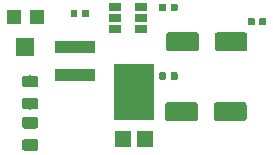
<source format=gbr>
G04 #@! TF.GenerationSoftware,KiCad,Pcbnew,(5.1.2)-2*
G04 #@! TF.CreationDate,2020-05-22T00:57:25-04:00*
G04 #@! TF.ProjectId,SWSupply,53575375-7070-46c7-992e-6b696361645f,rev?*
G04 #@! TF.SameCoordinates,Original*
G04 #@! TF.FileFunction,Paste,Top*
G04 #@! TF.FilePolarity,Positive*
%FSLAX46Y46*%
G04 Gerber Fmt 4.6, Leading zero omitted, Abs format (unit mm)*
G04 Created by KiCad (PCBNEW (5.1.2)-2) date 2020-05-22 00:57:25*
%MOMM*%
%LPD*%
G04 APERTURE LIST*
%ADD10R,3.400000X0.980000*%
%ADD11R,1.200000X1.200000*%
%ADD12R,1.600000X1.500000*%
%ADD13R,1.400000X1.390000*%
%ADD14R,3.360000X4.860000*%
%ADD15R,1.060000X0.650000*%
%ADD16C,0.100000*%
%ADD17C,0.590000*%
%ADD18C,0.975000*%
%ADD19C,1.600000*%
G04 APERTURE END LIST*
D10*
X163100000Y-117085000D03*
X163100000Y-114715000D03*
D11*
X159900000Y-112225000D03*
D12*
X158900000Y-114775000D03*
D11*
X157900000Y-112225000D03*
D13*
X167180000Y-122516000D03*
X169020000Y-122516000D03*
D14*
X168100000Y-118545000D03*
D15*
X168700000Y-112300000D03*
X168700000Y-111350000D03*
X168700000Y-113250000D03*
X166500000Y-113250000D03*
X166500000Y-112300000D03*
X166500000Y-111350000D03*
D16*
G36*
X164146958Y-111580710D02*
G01*
X164161276Y-111582834D01*
X164175317Y-111586351D01*
X164188946Y-111591228D01*
X164202031Y-111597417D01*
X164214447Y-111604858D01*
X164226073Y-111613481D01*
X164236798Y-111623202D01*
X164246519Y-111633927D01*
X164255142Y-111645553D01*
X164262583Y-111657969D01*
X164268772Y-111671054D01*
X164273649Y-111684683D01*
X164277166Y-111698724D01*
X164279290Y-111713042D01*
X164280000Y-111727500D01*
X164280000Y-112072500D01*
X164279290Y-112086958D01*
X164277166Y-112101276D01*
X164273649Y-112115317D01*
X164268772Y-112128946D01*
X164262583Y-112142031D01*
X164255142Y-112154447D01*
X164246519Y-112166073D01*
X164236798Y-112176798D01*
X164226073Y-112186519D01*
X164214447Y-112195142D01*
X164202031Y-112202583D01*
X164188946Y-112208772D01*
X164175317Y-112213649D01*
X164161276Y-112217166D01*
X164146958Y-112219290D01*
X164132500Y-112220000D01*
X163837500Y-112220000D01*
X163823042Y-112219290D01*
X163808724Y-112217166D01*
X163794683Y-112213649D01*
X163781054Y-112208772D01*
X163767969Y-112202583D01*
X163755553Y-112195142D01*
X163743927Y-112186519D01*
X163733202Y-112176798D01*
X163723481Y-112166073D01*
X163714858Y-112154447D01*
X163707417Y-112142031D01*
X163701228Y-112128946D01*
X163696351Y-112115317D01*
X163692834Y-112101276D01*
X163690710Y-112086958D01*
X163690000Y-112072500D01*
X163690000Y-111727500D01*
X163690710Y-111713042D01*
X163692834Y-111698724D01*
X163696351Y-111684683D01*
X163701228Y-111671054D01*
X163707417Y-111657969D01*
X163714858Y-111645553D01*
X163723481Y-111633927D01*
X163733202Y-111623202D01*
X163743927Y-111613481D01*
X163755553Y-111604858D01*
X163767969Y-111597417D01*
X163781054Y-111591228D01*
X163794683Y-111586351D01*
X163808724Y-111582834D01*
X163823042Y-111580710D01*
X163837500Y-111580000D01*
X164132500Y-111580000D01*
X164146958Y-111580710D01*
X164146958Y-111580710D01*
G37*
D17*
X163985000Y-111900000D03*
D16*
G36*
X163176958Y-111580710D02*
G01*
X163191276Y-111582834D01*
X163205317Y-111586351D01*
X163218946Y-111591228D01*
X163232031Y-111597417D01*
X163244447Y-111604858D01*
X163256073Y-111613481D01*
X163266798Y-111623202D01*
X163276519Y-111633927D01*
X163285142Y-111645553D01*
X163292583Y-111657969D01*
X163298772Y-111671054D01*
X163303649Y-111684683D01*
X163307166Y-111698724D01*
X163309290Y-111713042D01*
X163310000Y-111727500D01*
X163310000Y-112072500D01*
X163309290Y-112086958D01*
X163307166Y-112101276D01*
X163303649Y-112115317D01*
X163298772Y-112128946D01*
X163292583Y-112142031D01*
X163285142Y-112154447D01*
X163276519Y-112166073D01*
X163266798Y-112176798D01*
X163256073Y-112186519D01*
X163244447Y-112195142D01*
X163232031Y-112202583D01*
X163218946Y-112208772D01*
X163205317Y-112213649D01*
X163191276Y-112217166D01*
X163176958Y-112219290D01*
X163162500Y-112220000D01*
X162867500Y-112220000D01*
X162853042Y-112219290D01*
X162838724Y-112217166D01*
X162824683Y-112213649D01*
X162811054Y-112208772D01*
X162797969Y-112202583D01*
X162785553Y-112195142D01*
X162773927Y-112186519D01*
X162763202Y-112176798D01*
X162753481Y-112166073D01*
X162744858Y-112154447D01*
X162737417Y-112142031D01*
X162731228Y-112128946D01*
X162726351Y-112115317D01*
X162722834Y-112101276D01*
X162720710Y-112086958D01*
X162720000Y-112072500D01*
X162720000Y-111727500D01*
X162720710Y-111713042D01*
X162722834Y-111698724D01*
X162726351Y-111684683D01*
X162731228Y-111671054D01*
X162737417Y-111657969D01*
X162744858Y-111645553D01*
X162753481Y-111633927D01*
X162763202Y-111623202D01*
X162773927Y-111613481D01*
X162785553Y-111604858D01*
X162797969Y-111597417D01*
X162811054Y-111591228D01*
X162824683Y-111586351D01*
X162838724Y-111582834D01*
X162853042Y-111580710D01*
X162867500Y-111580000D01*
X163162500Y-111580000D01*
X163176958Y-111580710D01*
X163176958Y-111580710D01*
G37*
D17*
X163015000Y-111900000D03*
D16*
G36*
X171646958Y-111080710D02*
G01*
X171661276Y-111082834D01*
X171675317Y-111086351D01*
X171688946Y-111091228D01*
X171702031Y-111097417D01*
X171714447Y-111104858D01*
X171726073Y-111113481D01*
X171736798Y-111123202D01*
X171746519Y-111133927D01*
X171755142Y-111145553D01*
X171762583Y-111157969D01*
X171768772Y-111171054D01*
X171773649Y-111184683D01*
X171777166Y-111198724D01*
X171779290Y-111213042D01*
X171780000Y-111227500D01*
X171780000Y-111572500D01*
X171779290Y-111586958D01*
X171777166Y-111601276D01*
X171773649Y-111615317D01*
X171768772Y-111628946D01*
X171762583Y-111642031D01*
X171755142Y-111654447D01*
X171746519Y-111666073D01*
X171736798Y-111676798D01*
X171726073Y-111686519D01*
X171714447Y-111695142D01*
X171702031Y-111702583D01*
X171688946Y-111708772D01*
X171675317Y-111713649D01*
X171661276Y-111717166D01*
X171646958Y-111719290D01*
X171632500Y-111720000D01*
X171337500Y-111720000D01*
X171323042Y-111719290D01*
X171308724Y-111717166D01*
X171294683Y-111713649D01*
X171281054Y-111708772D01*
X171267969Y-111702583D01*
X171255553Y-111695142D01*
X171243927Y-111686519D01*
X171233202Y-111676798D01*
X171223481Y-111666073D01*
X171214858Y-111654447D01*
X171207417Y-111642031D01*
X171201228Y-111628946D01*
X171196351Y-111615317D01*
X171192834Y-111601276D01*
X171190710Y-111586958D01*
X171190000Y-111572500D01*
X171190000Y-111227500D01*
X171190710Y-111213042D01*
X171192834Y-111198724D01*
X171196351Y-111184683D01*
X171201228Y-111171054D01*
X171207417Y-111157969D01*
X171214858Y-111145553D01*
X171223481Y-111133927D01*
X171233202Y-111123202D01*
X171243927Y-111113481D01*
X171255553Y-111104858D01*
X171267969Y-111097417D01*
X171281054Y-111091228D01*
X171294683Y-111086351D01*
X171308724Y-111082834D01*
X171323042Y-111080710D01*
X171337500Y-111080000D01*
X171632500Y-111080000D01*
X171646958Y-111080710D01*
X171646958Y-111080710D01*
G37*
D17*
X171485000Y-111400000D03*
D16*
G36*
X170676958Y-111080710D02*
G01*
X170691276Y-111082834D01*
X170705317Y-111086351D01*
X170718946Y-111091228D01*
X170732031Y-111097417D01*
X170744447Y-111104858D01*
X170756073Y-111113481D01*
X170766798Y-111123202D01*
X170776519Y-111133927D01*
X170785142Y-111145553D01*
X170792583Y-111157969D01*
X170798772Y-111171054D01*
X170803649Y-111184683D01*
X170807166Y-111198724D01*
X170809290Y-111213042D01*
X170810000Y-111227500D01*
X170810000Y-111572500D01*
X170809290Y-111586958D01*
X170807166Y-111601276D01*
X170803649Y-111615317D01*
X170798772Y-111628946D01*
X170792583Y-111642031D01*
X170785142Y-111654447D01*
X170776519Y-111666073D01*
X170766798Y-111676798D01*
X170756073Y-111686519D01*
X170744447Y-111695142D01*
X170732031Y-111702583D01*
X170718946Y-111708772D01*
X170705317Y-111713649D01*
X170691276Y-111717166D01*
X170676958Y-111719290D01*
X170662500Y-111720000D01*
X170367500Y-111720000D01*
X170353042Y-111719290D01*
X170338724Y-111717166D01*
X170324683Y-111713649D01*
X170311054Y-111708772D01*
X170297969Y-111702583D01*
X170285553Y-111695142D01*
X170273927Y-111686519D01*
X170263202Y-111676798D01*
X170253481Y-111666073D01*
X170244858Y-111654447D01*
X170237417Y-111642031D01*
X170231228Y-111628946D01*
X170226351Y-111615317D01*
X170222834Y-111601276D01*
X170220710Y-111586958D01*
X170220000Y-111572500D01*
X170220000Y-111227500D01*
X170220710Y-111213042D01*
X170222834Y-111198724D01*
X170226351Y-111184683D01*
X170231228Y-111171054D01*
X170237417Y-111157969D01*
X170244858Y-111145553D01*
X170253481Y-111133927D01*
X170263202Y-111123202D01*
X170273927Y-111113481D01*
X170285553Y-111104858D01*
X170297969Y-111097417D01*
X170311054Y-111091228D01*
X170324683Y-111086351D01*
X170338724Y-111082834D01*
X170353042Y-111080710D01*
X170367500Y-111080000D01*
X170662500Y-111080000D01*
X170676958Y-111080710D01*
X170676958Y-111080710D01*
G37*
D17*
X170515000Y-111400000D03*
D16*
G36*
X159780142Y-117176174D02*
G01*
X159803803Y-117179684D01*
X159827007Y-117185496D01*
X159849529Y-117193554D01*
X159871153Y-117203782D01*
X159891670Y-117216079D01*
X159910883Y-117230329D01*
X159928607Y-117246393D01*
X159944671Y-117264117D01*
X159958921Y-117283330D01*
X159971218Y-117303847D01*
X159981446Y-117325471D01*
X159989504Y-117347993D01*
X159995316Y-117371197D01*
X159998826Y-117394858D01*
X160000000Y-117418750D01*
X160000000Y-117906250D01*
X159998826Y-117930142D01*
X159995316Y-117953803D01*
X159989504Y-117977007D01*
X159981446Y-117999529D01*
X159971218Y-118021153D01*
X159958921Y-118041670D01*
X159944671Y-118060883D01*
X159928607Y-118078607D01*
X159910883Y-118094671D01*
X159891670Y-118108921D01*
X159871153Y-118121218D01*
X159849529Y-118131446D01*
X159827007Y-118139504D01*
X159803803Y-118145316D01*
X159780142Y-118148826D01*
X159756250Y-118150000D01*
X158843750Y-118150000D01*
X158819858Y-118148826D01*
X158796197Y-118145316D01*
X158772993Y-118139504D01*
X158750471Y-118131446D01*
X158728847Y-118121218D01*
X158708330Y-118108921D01*
X158689117Y-118094671D01*
X158671393Y-118078607D01*
X158655329Y-118060883D01*
X158641079Y-118041670D01*
X158628782Y-118021153D01*
X158618554Y-117999529D01*
X158610496Y-117977007D01*
X158604684Y-117953803D01*
X158601174Y-117930142D01*
X158600000Y-117906250D01*
X158600000Y-117418750D01*
X158601174Y-117394858D01*
X158604684Y-117371197D01*
X158610496Y-117347993D01*
X158618554Y-117325471D01*
X158628782Y-117303847D01*
X158641079Y-117283330D01*
X158655329Y-117264117D01*
X158671393Y-117246393D01*
X158689117Y-117230329D01*
X158708330Y-117216079D01*
X158728847Y-117203782D01*
X158750471Y-117193554D01*
X158772993Y-117185496D01*
X158796197Y-117179684D01*
X158819858Y-117176174D01*
X158843750Y-117175000D01*
X159756250Y-117175000D01*
X159780142Y-117176174D01*
X159780142Y-117176174D01*
G37*
D18*
X159300000Y-117662500D03*
D16*
G36*
X159780142Y-119051174D02*
G01*
X159803803Y-119054684D01*
X159827007Y-119060496D01*
X159849529Y-119068554D01*
X159871153Y-119078782D01*
X159891670Y-119091079D01*
X159910883Y-119105329D01*
X159928607Y-119121393D01*
X159944671Y-119139117D01*
X159958921Y-119158330D01*
X159971218Y-119178847D01*
X159981446Y-119200471D01*
X159989504Y-119222993D01*
X159995316Y-119246197D01*
X159998826Y-119269858D01*
X160000000Y-119293750D01*
X160000000Y-119781250D01*
X159998826Y-119805142D01*
X159995316Y-119828803D01*
X159989504Y-119852007D01*
X159981446Y-119874529D01*
X159971218Y-119896153D01*
X159958921Y-119916670D01*
X159944671Y-119935883D01*
X159928607Y-119953607D01*
X159910883Y-119969671D01*
X159891670Y-119983921D01*
X159871153Y-119996218D01*
X159849529Y-120006446D01*
X159827007Y-120014504D01*
X159803803Y-120020316D01*
X159780142Y-120023826D01*
X159756250Y-120025000D01*
X158843750Y-120025000D01*
X158819858Y-120023826D01*
X158796197Y-120020316D01*
X158772993Y-120014504D01*
X158750471Y-120006446D01*
X158728847Y-119996218D01*
X158708330Y-119983921D01*
X158689117Y-119969671D01*
X158671393Y-119953607D01*
X158655329Y-119935883D01*
X158641079Y-119916670D01*
X158628782Y-119896153D01*
X158618554Y-119874529D01*
X158610496Y-119852007D01*
X158604684Y-119828803D01*
X158601174Y-119805142D01*
X158600000Y-119781250D01*
X158600000Y-119293750D01*
X158601174Y-119269858D01*
X158604684Y-119246197D01*
X158610496Y-119222993D01*
X158618554Y-119200471D01*
X158628782Y-119178847D01*
X158641079Y-119158330D01*
X158655329Y-119139117D01*
X158671393Y-119121393D01*
X158689117Y-119105329D01*
X158708330Y-119091079D01*
X158728847Y-119078782D01*
X158750471Y-119068554D01*
X158772993Y-119060496D01*
X158796197Y-119054684D01*
X158819858Y-119051174D01*
X158843750Y-119050000D01*
X159756250Y-119050000D01*
X159780142Y-119051174D01*
X159780142Y-119051174D01*
G37*
D18*
X159300000Y-119537500D03*
D16*
G36*
X159780142Y-122551174D02*
G01*
X159803803Y-122554684D01*
X159827007Y-122560496D01*
X159849529Y-122568554D01*
X159871153Y-122578782D01*
X159891670Y-122591079D01*
X159910883Y-122605329D01*
X159928607Y-122621393D01*
X159944671Y-122639117D01*
X159958921Y-122658330D01*
X159971218Y-122678847D01*
X159981446Y-122700471D01*
X159989504Y-122722993D01*
X159995316Y-122746197D01*
X159998826Y-122769858D01*
X160000000Y-122793750D01*
X160000000Y-123281250D01*
X159998826Y-123305142D01*
X159995316Y-123328803D01*
X159989504Y-123352007D01*
X159981446Y-123374529D01*
X159971218Y-123396153D01*
X159958921Y-123416670D01*
X159944671Y-123435883D01*
X159928607Y-123453607D01*
X159910883Y-123469671D01*
X159891670Y-123483921D01*
X159871153Y-123496218D01*
X159849529Y-123506446D01*
X159827007Y-123514504D01*
X159803803Y-123520316D01*
X159780142Y-123523826D01*
X159756250Y-123525000D01*
X158843750Y-123525000D01*
X158819858Y-123523826D01*
X158796197Y-123520316D01*
X158772993Y-123514504D01*
X158750471Y-123506446D01*
X158728847Y-123496218D01*
X158708330Y-123483921D01*
X158689117Y-123469671D01*
X158671393Y-123453607D01*
X158655329Y-123435883D01*
X158641079Y-123416670D01*
X158628782Y-123396153D01*
X158618554Y-123374529D01*
X158610496Y-123352007D01*
X158604684Y-123328803D01*
X158601174Y-123305142D01*
X158600000Y-123281250D01*
X158600000Y-122793750D01*
X158601174Y-122769858D01*
X158604684Y-122746197D01*
X158610496Y-122722993D01*
X158618554Y-122700471D01*
X158628782Y-122678847D01*
X158641079Y-122658330D01*
X158655329Y-122639117D01*
X158671393Y-122621393D01*
X158689117Y-122605329D01*
X158708330Y-122591079D01*
X158728847Y-122578782D01*
X158750471Y-122568554D01*
X158772993Y-122560496D01*
X158796197Y-122554684D01*
X158819858Y-122551174D01*
X158843750Y-122550000D01*
X159756250Y-122550000D01*
X159780142Y-122551174D01*
X159780142Y-122551174D01*
G37*
D18*
X159300000Y-123037500D03*
D16*
G36*
X159780142Y-120676174D02*
G01*
X159803803Y-120679684D01*
X159827007Y-120685496D01*
X159849529Y-120693554D01*
X159871153Y-120703782D01*
X159891670Y-120716079D01*
X159910883Y-120730329D01*
X159928607Y-120746393D01*
X159944671Y-120764117D01*
X159958921Y-120783330D01*
X159971218Y-120803847D01*
X159981446Y-120825471D01*
X159989504Y-120847993D01*
X159995316Y-120871197D01*
X159998826Y-120894858D01*
X160000000Y-120918750D01*
X160000000Y-121406250D01*
X159998826Y-121430142D01*
X159995316Y-121453803D01*
X159989504Y-121477007D01*
X159981446Y-121499529D01*
X159971218Y-121521153D01*
X159958921Y-121541670D01*
X159944671Y-121560883D01*
X159928607Y-121578607D01*
X159910883Y-121594671D01*
X159891670Y-121608921D01*
X159871153Y-121621218D01*
X159849529Y-121631446D01*
X159827007Y-121639504D01*
X159803803Y-121645316D01*
X159780142Y-121648826D01*
X159756250Y-121650000D01*
X158843750Y-121650000D01*
X158819858Y-121648826D01*
X158796197Y-121645316D01*
X158772993Y-121639504D01*
X158750471Y-121631446D01*
X158728847Y-121621218D01*
X158708330Y-121608921D01*
X158689117Y-121594671D01*
X158671393Y-121578607D01*
X158655329Y-121560883D01*
X158641079Y-121541670D01*
X158628782Y-121521153D01*
X158618554Y-121499529D01*
X158610496Y-121477007D01*
X158604684Y-121453803D01*
X158601174Y-121430142D01*
X158600000Y-121406250D01*
X158600000Y-120918750D01*
X158601174Y-120894858D01*
X158604684Y-120871197D01*
X158610496Y-120847993D01*
X158618554Y-120825471D01*
X158628782Y-120803847D01*
X158641079Y-120783330D01*
X158655329Y-120764117D01*
X158671393Y-120746393D01*
X158689117Y-120730329D01*
X158708330Y-120716079D01*
X158728847Y-120703782D01*
X158750471Y-120693554D01*
X158772993Y-120685496D01*
X158796197Y-120679684D01*
X158819858Y-120676174D01*
X158843750Y-120675000D01*
X159756250Y-120675000D01*
X159780142Y-120676174D01*
X159780142Y-120676174D01*
G37*
D18*
X159300000Y-121162500D03*
D16*
G36*
X171646958Y-116880710D02*
G01*
X171661276Y-116882834D01*
X171675317Y-116886351D01*
X171688946Y-116891228D01*
X171702031Y-116897417D01*
X171714447Y-116904858D01*
X171726073Y-116913481D01*
X171736798Y-116923202D01*
X171746519Y-116933927D01*
X171755142Y-116945553D01*
X171762583Y-116957969D01*
X171768772Y-116971054D01*
X171773649Y-116984683D01*
X171777166Y-116998724D01*
X171779290Y-117013042D01*
X171780000Y-117027500D01*
X171780000Y-117372500D01*
X171779290Y-117386958D01*
X171777166Y-117401276D01*
X171773649Y-117415317D01*
X171768772Y-117428946D01*
X171762583Y-117442031D01*
X171755142Y-117454447D01*
X171746519Y-117466073D01*
X171736798Y-117476798D01*
X171726073Y-117486519D01*
X171714447Y-117495142D01*
X171702031Y-117502583D01*
X171688946Y-117508772D01*
X171675317Y-117513649D01*
X171661276Y-117517166D01*
X171646958Y-117519290D01*
X171632500Y-117520000D01*
X171337500Y-117520000D01*
X171323042Y-117519290D01*
X171308724Y-117517166D01*
X171294683Y-117513649D01*
X171281054Y-117508772D01*
X171267969Y-117502583D01*
X171255553Y-117495142D01*
X171243927Y-117486519D01*
X171233202Y-117476798D01*
X171223481Y-117466073D01*
X171214858Y-117454447D01*
X171207417Y-117442031D01*
X171201228Y-117428946D01*
X171196351Y-117415317D01*
X171192834Y-117401276D01*
X171190710Y-117386958D01*
X171190000Y-117372500D01*
X171190000Y-117027500D01*
X171190710Y-117013042D01*
X171192834Y-116998724D01*
X171196351Y-116984683D01*
X171201228Y-116971054D01*
X171207417Y-116957969D01*
X171214858Y-116945553D01*
X171223481Y-116933927D01*
X171233202Y-116923202D01*
X171243927Y-116913481D01*
X171255553Y-116904858D01*
X171267969Y-116897417D01*
X171281054Y-116891228D01*
X171294683Y-116886351D01*
X171308724Y-116882834D01*
X171323042Y-116880710D01*
X171337500Y-116880000D01*
X171632500Y-116880000D01*
X171646958Y-116880710D01*
X171646958Y-116880710D01*
G37*
D17*
X171485000Y-117200000D03*
D16*
G36*
X170676958Y-116880710D02*
G01*
X170691276Y-116882834D01*
X170705317Y-116886351D01*
X170718946Y-116891228D01*
X170732031Y-116897417D01*
X170744447Y-116904858D01*
X170756073Y-116913481D01*
X170766798Y-116923202D01*
X170776519Y-116933927D01*
X170785142Y-116945553D01*
X170792583Y-116957969D01*
X170798772Y-116971054D01*
X170803649Y-116984683D01*
X170807166Y-116998724D01*
X170809290Y-117013042D01*
X170810000Y-117027500D01*
X170810000Y-117372500D01*
X170809290Y-117386958D01*
X170807166Y-117401276D01*
X170803649Y-117415317D01*
X170798772Y-117428946D01*
X170792583Y-117442031D01*
X170785142Y-117454447D01*
X170776519Y-117466073D01*
X170766798Y-117476798D01*
X170756073Y-117486519D01*
X170744447Y-117495142D01*
X170732031Y-117502583D01*
X170718946Y-117508772D01*
X170705317Y-117513649D01*
X170691276Y-117517166D01*
X170676958Y-117519290D01*
X170662500Y-117520000D01*
X170367500Y-117520000D01*
X170353042Y-117519290D01*
X170338724Y-117517166D01*
X170324683Y-117513649D01*
X170311054Y-117508772D01*
X170297969Y-117502583D01*
X170285553Y-117495142D01*
X170273927Y-117486519D01*
X170263202Y-117476798D01*
X170253481Y-117466073D01*
X170244858Y-117454447D01*
X170237417Y-117442031D01*
X170231228Y-117428946D01*
X170226351Y-117415317D01*
X170222834Y-117401276D01*
X170220710Y-117386958D01*
X170220000Y-117372500D01*
X170220000Y-117027500D01*
X170220710Y-117013042D01*
X170222834Y-116998724D01*
X170226351Y-116984683D01*
X170231228Y-116971054D01*
X170237417Y-116957969D01*
X170244858Y-116945553D01*
X170253481Y-116933927D01*
X170263202Y-116923202D01*
X170273927Y-116913481D01*
X170285553Y-116904858D01*
X170297969Y-116897417D01*
X170311054Y-116891228D01*
X170324683Y-116886351D01*
X170338724Y-116882834D01*
X170353042Y-116880710D01*
X170367500Y-116880000D01*
X170662500Y-116880000D01*
X170676958Y-116880710D01*
X170676958Y-116880710D01*
G37*
D17*
X170515000Y-117200000D03*
D16*
G36*
X178176958Y-112280710D02*
G01*
X178191276Y-112282834D01*
X178205317Y-112286351D01*
X178218946Y-112291228D01*
X178232031Y-112297417D01*
X178244447Y-112304858D01*
X178256073Y-112313481D01*
X178266798Y-112323202D01*
X178276519Y-112333927D01*
X178285142Y-112345553D01*
X178292583Y-112357969D01*
X178298772Y-112371054D01*
X178303649Y-112384683D01*
X178307166Y-112398724D01*
X178309290Y-112413042D01*
X178310000Y-112427500D01*
X178310000Y-112772500D01*
X178309290Y-112786958D01*
X178307166Y-112801276D01*
X178303649Y-112815317D01*
X178298772Y-112828946D01*
X178292583Y-112842031D01*
X178285142Y-112854447D01*
X178276519Y-112866073D01*
X178266798Y-112876798D01*
X178256073Y-112886519D01*
X178244447Y-112895142D01*
X178232031Y-112902583D01*
X178218946Y-112908772D01*
X178205317Y-112913649D01*
X178191276Y-112917166D01*
X178176958Y-112919290D01*
X178162500Y-112920000D01*
X177867500Y-112920000D01*
X177853042Y-112919290D01*
X177838724Y-112917166D01*
X177824683Y-112913649D01*
X177811054Y-112908772D01*
X177797969Y-112902583D01*
X177785553Y-112895142D01*
X177773927Y-112886519D01*
X177763202Y-112876798D01*
X177753481Y-112866073D01*
X177744858Y-112854447D01*
X177737417Y-112842031D01*
X177731228Y-112828946D01*
X177726351Y-112815317D01*
X177722834Y-112801276D01*
X177720710Y-112786958D01*
X177720000Y-112772500D01*
X177720000Y-112427500D01*
X177720710Y-112413042D01*
X177722834Y-112398724D01*
X177726351Y-112384683D01*
X177731228Y-112371054D01*
X177737417Y-112357969D01*
X177744858Y-112345553D01*
X177753481Y-112333927D01*
X177763202Y-112323202D01*
X177773927Y-112313481D01*
X177785553Y-112304858D01*
X177797969Y-112297417D01*
X177811054Y-112291228D01*
X177824683Y-112286351D01*
X177838724Y-112282834D01*
X177853042Y-112280710D01*
X177867500Y-112280000D01*
X178162500Y-112280000D01*
X178176958Y-112280710D01*
X178176958Y-112280710D01*
G37*
D17*
X178015000Y-112600000D03*
D16*
G36*
X179146958Y-112280710D02*
G01*
X179161276Y-112282834D01*
X179175317Y-112286351D01*
X179188946Y-112291228D01*
X179202031Y-112297417D01*
X179214447Y-112304858D01*
X179226073Y-112313481D01*
X179236798Y-112323202D01*
X179246519Y-112333927D01*
X179255142Y-112345553D01*
X179262583Y-112357969D01*
X179268772Y-112371054D01*
X179273649Y-112384683D01*
X179277166Y-112398724D01*
X179279290Y-112413042D01*
X179280000Y-112427500D01*
X179280000Y-112772500D01*
X179279290Y-112786958D01*
X179277166Y-112801276D01*
X179273649Y-112815317D01*
X179268772Y-112828946D01*
X179262583Y-112842031D01*
X179255142Y-112854447D01*
X179246519Y-112866073D01*
X179236798Y-112876798D01*
X179226073Y-112886519D01*
X179214447Y-112895142D01*
X179202031Y-112902583D01*
X179188946Y-112908772D01*
X179175317Y-112913649D01*
X179161276Y-112917166D01*
X179146958Y-112919290D01*
X179132500Y-112920000D01*
X178837500Y-112920000D01*
X178823042Y-112919290D01*
X178808724Y-112917166D01*
X178794683Y-112913649D01*
X178781054Y-112908772D01*
X178767969Y-112902583D01*
X178755553Y-112895142D01*
X178743927Y-112886519D01*
X178733202Y-112876798D01*
X178723481Y-112866073D01*
X178714858Y-112854447D01*
X178707417Y-112842031D01*
X178701228Y-112828946D01*
X178696351Y-112815317D01*
X178692834Y-112801276D01*
X178690710Y-112786958D01*
X178690000Y-112772500D01*
X178690000Y-112427500D01*
X178690710Y-112413042D01*
X178692834Y-112398724D01*
X178696351Y-112384683D01*
X178701228Y-112371054D01*
X178707417Y-112357969D01*
X178714858Y-112345553D01*
X178723481Y-112333927D01*
X178733202Y-112323202D01*
X178743927Y-112313481D01*
X178755553Y-112304858D01*
X178767969Y-112297417D01*
X178781054Y-112291228D01*
X178794683Y-112286351D01*
X178808724Y-112282834D01*
X178823042Y-112280710D01*
X178837500Y-112280000D01*
X179132500Y-112280000D01*
X179146958Y-112280710D01*
X179146958Y-112280710D01*
G37*
D17*
X178985000Y-112600000D03*
D16*
G36*
X177399505Y-119426205D02*
G01*
X177423774Y-119429805D01*
X177447572Y-119435766D01*
X177470672Y-119444031D01*
X177492850Y-119454521D01*
X177513894Y-119467134D01*
X177533599Y-119481748D01*
X177551778Y-119498224D01*
X177568254Y-119516403D01*
X177582868Y-119536108D01*
X177595481Y-119557152D01*
X177605971Y-119579330D01*
X177614236Y-119602430D01*
X177620197Y-119626228D01*
X177623797Y-119650497D01*
X177625001Y-119675001D01*
X177625001Y-120775001D01*
X177623797Y-120799505D01*
X177620197Y-120823774D01*
X177614236Y-120847572D01*
X177605971Y-120870672D01*
X177595481Y-120892850D01*
X177582868Y-120913894D01*
X177568254Y-120933599D01*
X177551778Y-120951778D01*
X177533599Y-120968254D01*
X177513894Y-120982868D01*
X177492850Y-120995481D01*
X177470672Y-121005971D01*
X177447572Y-121014236D01*
X177423774Y-121020197D01*
X177399505Y-121023797D01*
X177375001Y-121025001D01*
X175100001Y-121025001D01*
X175075497Y-121023797D01*
X175051228Y-121020197D01*
X175027430Y-121014236D01*
X175004330Y-121005971D01*
X174982152Y-120995481D01*
X174961108Y-120982868D01*
X174941403Y-120968254D01*
X174923224Y-120951778D01*
X174906748Y-120933599D01*
X174892134Y-120913894D01*
X174879521Y-120892850D01*
X174869031Y-120870672D01*
X174860766Y-120847572D01*
X174854805Y-120823774D01*
X174851205Y-120799505D01*
X174850001Y-120775001D01*
X174850001Y-119675001D01*
X174851205Y-119650497D01*
X174854805Y-119626228D01*
X174860766Y-119602430D01*
X174869031Y-119579330D01*
X174879521Y-119557152D01*
X174892134Y-119536108D01*
X174906748Y-119516403D01*
X174923224Y-119498224D01*
X174941403Y-119481748D01*
X174961108Y-119467134D01*
X174982152Y-119454521D01*
X175004330Y-119444031D01*
X175027430Y-119435766D01*
X175051228Y-119429805D01*
X175075497Y-119426205D01*
X175100001Y-119425001D01*
X177375001Y-119425001D01*
X177399505Y-119426205D01*
X177399505Y-119426205D01*
G37*
D19*
X176237501Y-120225001D03*
D16*
G36*
X173274505Y-119426205D02*
G01*
X173298774Y-119429805D01*
X173322572Y-119435766D01*
X173345672Y-119444031D01*
X173367850Y-119454521D01*
X173388894Y-119467134D01*
X173408599Y-119481748D01*
X173426778Y-119498224D01*
X173443254Y-119516403D01*
X173457868Y-119536108D01*
X173470481Y-119557152D01*
X173480971Y-119579330D01*
X173489236Y-119602430D01*
X173495197Y-119626228D01*
X173498797Y-119650497D01*
X173500001Y-119675001D01*
X173500001Y-120775001D01*
X173498797Y-120799505D01*
X173495197Y-120823774D01*
X173489236Y-120847572D01*
X173480971Y-120870672D01*
X173470481Y-120892850D01*
X173457868Y-120913894D01*
X173443254Y-120933599D01*
X173426778Y-120951778D01*
X173408599Y-120968254D01*
X173388894Y-120982868D01*
X173367850Y-120995481D01*
X173345672Y-121005971D01*
X173322572Y-121014236D01*
X173298774Y-121020197D01*
X173274505Y-121023797D01*
X173250001Y-121025001D01*
X170975001Y-121025001D01*
X170950497Y-121023797D01*
X170926228Y-121020197D01*
X170902430Y-121014236D01*
X170879330Y-121005971D01*
X170857152Y-120995481D01*
X170836108Y-120982868D01*
X170816403Y-120968254D01*
X170798224Y-120951778D01*
X170781748Y-120933599D01*
X170767134Y-120913894D01*
X170754521Y-120892850D01*
X170744031Y-120870672D01*
X170735766Y-120847572D01*
X170729805Y-120823774D01*
X170726205Y-120799505D01*
X170725001Y-120775001D01*
X170725001Y-119675001D01*
X170726205Y-119650497D01*
X170729805Y-119626228D01*
X170735766Y-119602430D01*
X170744031Y-119579330D01*
X170754521Y-119557152D01*
X170767134Y-119536108D01*
X170781748Y-119516403D01*
X170798224Y-119498224D01*
X170816403Y-119481748D01*
X170836108Y-119467134D01*
X170857152Y-119454521D01*
X170879330Y-119444031D01*
X170902430Y-119435766D01*
X170926228Y-119429805D01*
X170950497Y-119426205D01*
X170975001Y-119425001D01*
X173250001Y-119425001D01*
X173274505Y-119426205D01*
X173274505Y-119426205D01*
G37*
D19*
X172112501Y-120225001D03*
D16*
G36*
X177474504Y-113501204D02*
G01*
X177498773Y-113504804D01*
X177522571Y-113510765D01*
X177545671Y-113519030D01*
X177567849Y-113529520D01*
X177588893Y-113542133D01*
X177608598Y-113556747D01*
X177626777Y-113573223D01*
X177643253Y-113591402D01*
X177657867Y-113611107D01*
X177670480Y-113632151D01*
X177680970Y-113654329D01*
X177689235Y-113677429D01*
X177695196Y-113701227D01*
X177698796Y-113725496D01*
X177700000Y-113750000D01*
X177700000Y-114850000D01*
X177698796Y-114874504D01*
X177695196Y-114898773D01*
X177689235Y-114922571D01*
X177680970Y-114945671D01*
X177670480Y-114967849D01*
X177657867Y-114988893D01*
X177643253Y-115008598D01*
X177626777Y-115026777D01*
X177608598Y-115043253D01*
X177588893Y-115057867D01*
X177567849Y-115070480D01*
X177545671Y-115080970D01*
X177522571Y-115089235D01*
X177498773Y-115095196D01*
X177474504Y-115098796D01*
X177450000Y-115100000D01*
X175175000Y-115100000D01*
X175150496Y-115098796D01*
X175126227Y-115095196D01*
X175102429Y-115089235D01*
X175079329Y-115080970D01*
X175057151Y-115070480D01*
X175036107Y-115057867D01*
X175016402Y-115043253D01*
X174998223Y-115026777D01*
X174981747Y-115008598D01*
X174967133Y-114988893D01*
X174954520Y-114967849D01*
X174944030Y-114945671D01*
X174935765Y-114922571D01*
X174929804Y-114898773D01*
X174926204Y-114874504D01*
X174925000Y-114850000D01*
X174925000Y-113750000D01*
X174926204Y-113725496D01*
X174929804Y-113701227D01*
X174935765Y-113677429D01*
X174944030Y-113654329D01*
X174954520Y-113632151D01*
X174967133Y-113611107D01*
X174981747Y-113591402D01*
X174998223Y-113573223D01*
X175016402Y-113556747D01*
X175036107Y-113542133D01*
X175057151Y-113529520D01*
X175079329Y-113519030D01*
X175102429Y-113510765D01*
X175126227Y-113504804D01*
X175150496Y-113501204D01*
X175175000Y-113500000D01*
X177450000Y-113500000D01*
X177474504Y-113501204D01*
X177474504Y-113501204D01*
G37*
D19*
X176312500Y-114300000D03*
D16*
G36*
X173349504Y-113501204D02*
G01*
X173373773Y-113504804D01*
X173397571Y-113510765D01*
X173420671Y-113519030D01*
X173442849Y-113529520D01*
X173463893Y-113542133D01*
X173483598Y-113556747D01*
X173501777Y-113573223D01*
X173518253Y-113591402D01*
X173532867Y-113611107D01*
X173545480Y-113632151D01*
X173555970Y-113654329D01*
X173564235Y-113677429D01*
X173570196Y-113701227D01*
X173573796Y-113725496D01*
X173575000Y-113750000D01*
X173575000Y-114850000D01*
X173573796Y-114874504D01*
X173570196Y-114898773D01*
X173564235Y-114922571D01*
X173555970Y-114945671D01*
X173545480Y-114967849D01*
X173532867Y-114988893D01*
X173518253Y-115008598D01*
X173501777Y-115026777D01*
X173483598Y-115043253D01*
X173463893Y-115057867D01*
X173442849Y-115070480D01*
X173420671Y-115080970D01*
X173397571Y-115089235D01*
X173373773Y-115095196D01*
X173349504Y-115098796D01*
X173325000Y-115100000D01*
X171050000Y-115100000D01*
X171025496Y-115098796D01*
X171001227Y-115095196D01*
X170977429Y-115089235D01*
X170954329Y-115080970D01*
X170932151Y-115070480D01*
X170911107Y-115057867D01*
X170891402Y-115043253D01*
X170873223Y-115026777D01*
X170856747Y-115008598D01*
X170842133Y-114988893D01*
X170829520Y-114967849D01*
X170819030Y-114945671D01*
X170810765Y-114922571D01*
X170804804Y-114898773D01*
X170801204Y-114874504D01*
X170800000Y-114850000D01*
X170800000Y-113750000D01*
X170801204Y-113725496D01*
X170804804Y-113701227D01*
X170810765Y-113677429D01*
X170819030Y-113654329D01*
X170829520Y-113632151D01*
X170842133Y-113611107D01*
X170856747Y-113591402D01*
X170873223Y-113573223D01*
X170891402Y-113556747D01*
X170911107Y-113542133D01*
X170932151Y-113529520D01*
X170954329Y-113519030D01*
X170977429Y-113510765D01*
X171001227Y-113504804D01*
X171025496Y-113501204D01*
X171050000Y-113500000D01*
X173325000Y-113500000D01*
X173349504Y-113501204D01*
X173349504Y-113501204D01*
G37*
D19*
X172187500Y-114300000D03*
M02*

</source>
